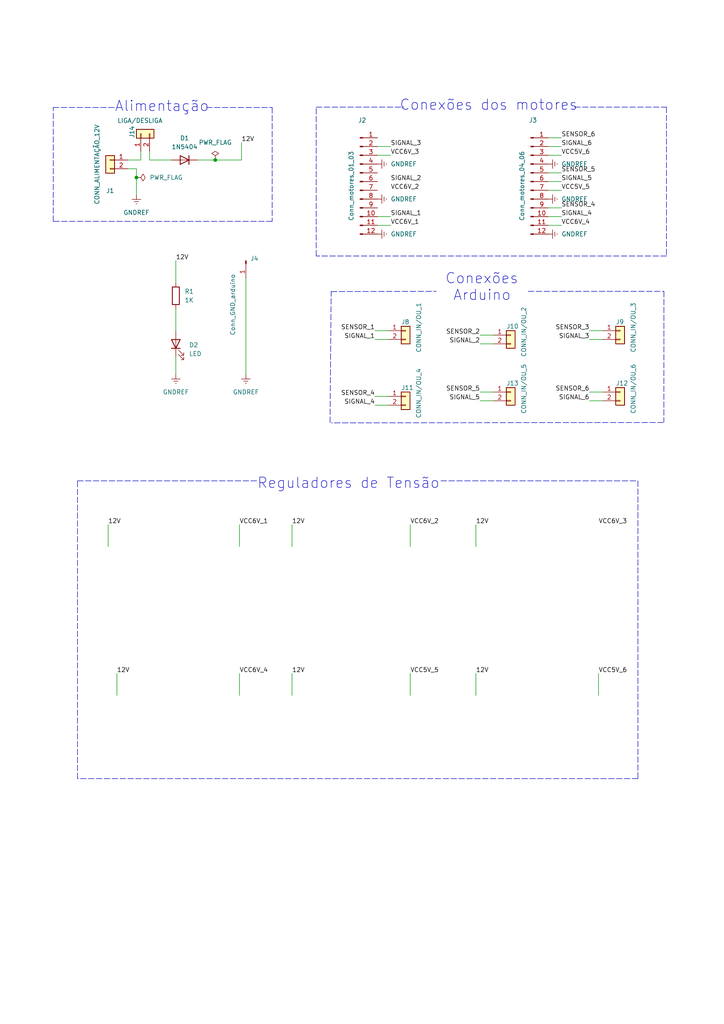
<source format=kicad_sch>
(kicad_sch (version 20231120) (generator "eeschema") (generator_version "8.0")
  (paper "A4" portrait)
  (title_block (title "PCB - Circuito de Acionamento dos motores do braço robótico") (date "2023-11-08") (company "José Matheus Soares ferreira"))
  (lib_symbols
    (symbol "Connector:Conn_01x01_Male" (pin_names (offset 1.016) hide)
      (property "Reference" "J" (at 0 2.54 0))
      (property "Value" "Conn_01x01_Male" (at 0 -2.54 0))
      (symbol "Conn_01x01_Male_1_1"
        (polyline (pts (xy 1.27 0) (xy 0.8636 0)) (stroke (width 0.1524)))
        (rectangle (start 0.8636 0.127) (end 0 -0.127) (stroke (width 0.1524)) (fill (type outline)))
        (pin passive line (at 5.08 0 180) (length 3.81) (name "Pin_1") (number "1"))
      )
    )
    (symbol "Connector:Conn_01x12_Male" (pin_names (offset 1.016) hide)
      (property "Reference" "J" (at 0 15.24 0))
      (property "Value" "Conn_01x12_Male" (at 0 -17.78 0))
      (symbol "Conn_01x12_Male_1_1"
        (polyline (pts (xy 1.27 -15.24) (xy 0.8636 -15.24)) (stroke (width 0.1524)))
        (polyline (pts (xy 1.27 -12.7) (xy 0.8636 -12.7)) (stroke (width 0.1524)))
        (polyline (pts (xy 1.27 -10.16) (xy 0.8636 -10.16)) (stroke (width 0.1524)))
        (polyline (pts (xy 1.27 -7.62) (xy 0.8636 -7.62)) (stroke (width 0.1524)))
        (polyline (pts (xy 1.27 -5.08) (xy 0.8636 -5.08)) (stroke (width 0.1524)))
        (polyline (pts (xy 1.27 -2.54) (xy 0.8636 -2.54)) (stroke (width 0.1524)))
        (polyline (pts (xy 1.27 0) (xy 0.8636 0)) (stroke (width 0.1524)))
        (polyline (pts (xy 1.27 2.54) (xy 0.8636 2.54)) (stroke (width 0.1524)))
        (polyline (pts (xy 1.27 5.08) (xy 0.8636 5.08)) (stroke (width 0.1524)))
        (polyline (pts (xy 1.27 7.62) (xy 0.8636 7.62)) (stroke (width 0.1524)))
        (polyline (pts (xy 1.27 10.16) (xy 0.8636 10.16)) (stroke (width 0.1524)))
        (polyline (pts (xy 1.27 12.7) (xy 0.8636 12.7)) (stroke (width 0.1524)))
        (rectangle (start 0.8636 -15.113) (end 0 -15.367) (stroke (width 0.1524)) (fill (type outline)))
        (rectangle (start 0.8636 -12.573) (end 0 -12.827) (stroke (width 0.1524)) (fill (type outline)))
        (rectangle (start 0.8636 -10.033) (end 0 -10.287) (stroke (width 0.1524)) (fill (type outline)))
        (rectangle (start 0.8636 -7.493) (end 0 -7.747) (stroke (width 0.1524)) (fill (type outline)))
        (rectangle (start 0.8636 -4.953) (end 0 -5.207) (stroke (width 0.1524)) (fill (type outline)))
        (rectangle (start 0.8636 -2.413) (end 0 -2.667) (stroke (width 0.1524)) (fill (type outline)))
        (rectangle (start 0.8636 0.127) (end 0 -0.127) (stroke (width 0.1524)) (fill (type outline)))
        (rectangle (start 0.8636 2.667) (end 0 2.413) (stroke (width 0.1524)) (fill (type outline)))
        (rectangle (start 0.8636 5.207) (end 0 4.953) (stroke (width 0.1524)) (fill (type outline)))
        (rectangle (start 0.8636 7.747) (end 0 7.493) (stroke (width 0.1524)) (fill (type outline)))
        (rectangle (start 0.8636 10.287) (end 0 10.033) (stroke (width 0.1524)) (fill (type outline)))
        (rectangle (start 0.8636 12.827) (end 0 12.573) (stroke (width 0.1524)) (fill (type outline)))
        (pin passive line (at 5.08 12.7 180) (length 3.81) (name "Pin_1") (number "1"))
        (pin passive line (at 5.08 -10.16 180) (length 3.81) (name "Pin_10") (number "10"))
        (pin passive line (at 5.08 -12.7 180) (length 3.81) (name "Pin_11") (number "11"))
        (pin passive line (at 5.08 -15.24 180) (length 3.81) (name "Pin_12") (number "12"))
        (pin passive line (at 5.08 10.16 180) (length 3.81) (name "Pin_2") (number "2"))
        (pin passive line (at 5.08 7.62 180) (length 3.81) (name "Pin_3") (number "3"))
        (pin passive line (at 5.08 5.08 180) (length 3.81) (name "Pin_4") (number "4"))
        (pin passive line (at 5.08 2.54 180) (length 3.81) (name "Pin_5") (number "5"))
        (pin passive line (at 5.08 0 180) (length 3.81) (name "Pin_6") (number "6"))
        (pin passive line (at 5.08 -2.54 180) (length 3.81) (name "Pin_7") (number "7"))
        (pin passive line (at 5.08 -5.08 180) (length 3.81) (name "Pin_8") (number "8"))
        (pin passive line (at 5.08 -7.62 180) (length 3.81) (name "Pin_9") (number "9"))
      )
    )
    (symbol "Connector_Generic:Conn_01x02" (pin_names (offset 1.016) hide)
      (property "Reference" "J" (at 0 2.54 0))
      (property "Value" "Conn_01x02" (at 0 -5.08 0))
      (symbol "Conn_01x02_1_1"
        (rectangle (start -1.27 -2.413) (end 0 -2.667) (stroke (width 0.1524)))
        (rectangle (start -1.27 0.127) (end 0 -0.127) (stroke (width 0.1524)))
        (rectangle (start -1.27 1.27) (end 1.27 -3.81) (stroke (width 0.254)) (fill (type background)))
        (pin passive line (at -5.08 0 0) (length 3.81) (name "Pin_1") (number "1"))
        (pin passive line (at -5.08 -2.54 0) (length 3.81) (name "Pin_2") (number "2"))
      )
    )
    (symbol "Device:LED" (pin_numbers hide) (pin_names (offset 1.016) hide)
      (property "Reference" "D" (at 0 2.54 0))
      (property "Value" "LED" (at 0 -2.54 0))
      (symbol "LED_0_1"
        (polyline (pts (xy -1.27 -1.27) (xy -1.27 1.27)) (stroke (width 0.254)))
        (polyline (pts (xy -1.27 0) (xy 1.27 0)))
        (polyline (pts (xy 1.27 -1.27) (xy 1.27 1.27) (xy -1.27 0) (xy 1.27 -1.27)) (stroke (width 0.254)))
        (polyline (pts (xy -3.048 -0.762) (xy -4.572 -2.286) (xy -3.81 -2.286) (xy -4.572 -2.286) (xy -4.572 -1.524)))
        (polyline (pts (xy -1.778 -0.762) (xy -3.302 -2.286) (xy -2.54 -2.286) (xy -3.302 -2.286) (xy -3.302 -1.524)))
      )
      (symbol "LED_1_1"
        (pin passive line (at -3.81 0 0) (length 2.54) (name "K") (number "1"))
        (pin passive line (at 3.81 0 180) (length 2.54) (name "A") (number "2"))
      )
    )
    (symbol "Device:R" (pin_numbers hide) (pin_names (offset 0))
      (property "Reference" "R" (at 2.032 0 90))
      (property "Value" "R" (at 0 0 90))
      (symbol "R_0_1"
        (rectangle (start -1.016 -2.54) (end 1.016 2.54) (stroke (width 0.254)))
      )
      (symbol "R_1_1"
        (pin passive line (at 0 3.81 270) (length 1.27) (name "~") (number "1"))
        (pin passive line (at 0 -3.81 90) (length 1.27) (name "~") (number "2"))
      )
    )
    (symbol "Diode:1N5404" (pin_numbers hide) (pin_names (offset 1.016) hide)
      (property "Reference" "D" (at 0 2.54 0))
      (property "Value" "1N5404" (at 0 -2.54 0))
      (symbol "1N5404_0_1"
        (polyline (pts (xy -1.27 1.27) (xy -1.27 -1.27)) (stroke (width 0.254)))
        (polyline (pts (xy 1.27 0) (xy -1.27 0)))
        (polyline (pts (xy 1.27 1.27) (xy 1.27 -1.27) (xy -1.27 0) (xy 1.27 1.27)) (stroke (width 0.254)))
      )
      (symbol "1N5404_1_1"
        (pin passive line (at -3.81 0 0) (length 2.54) (name "K") (number "1"))
        (pin passive line (at 3.81 0 180) (length 2.54) (name "A") (number "2"))
      )
    )
    (symbol "power:GNDREF" (power) (pin_names (offset 0))
      (property "Value" "GNDREF" (at 0 -3.81 0))
      (symbol "GNDREF_0_1"
        (polyline (pts (xy -0.635 -1.905) (xy 0.635 -1.905)))
        (polyline (pts (xy -0.127 -2.54) (xy 0.127 -2.54)))
        (polyline (pts (xy 0 -1.27) (xy 0 0)))
        (polyline (pts (xy 1.27 -1.27) (xy -1.27 -1.27)))
      )
      (symbol "GNDREF_1_1"
        (pin power_in line (at 0 0 270) (length 0) hide (name "GNDREF") (number "1"))
      )
    )
    (symbol "power:PWR_FLAG" (power) (pin_numbers hide) (pin_names (offset 0) hide)
      (property "Value" "PWR_FLAG" (at 0 3.81 0))
      (symbol "PWR_FLAG_0_0"
        (pin power_out line (at 0 0 90) (length 0) (name "pwr") (number "1"))
      )
      (symbol "PWR_FLAG_0_1"
        (polyline (pts (xy 0 0) (xy 0 1.27) (xy -1.016 1.905) (xy 0 2.54) (xy 1.016 1.905) (xy 0 1.27)))
      )
    )
  )
  (junction (at 62.4332 46.4058))
  (junction (at 39.5732 51.4858))
  (polyline (pts (xy 78.9432 31.1658) (xy 78.9432 64.1858)) (stroke (width 0) (type dash)))
  (wire (pts (xy 159.0294 55.1942) (xy 162.8394 55.1942)))
  (wire (pts (xy 143.0528 113.6904) (xy 139.2428 113.6904)))
  (wire (pts (xy 112.5728 95.9104) (xy 108.7628 95.9104)))
  (polyline (pts (xy 153.2128 84.4804) (xy 192.532 84.4804)) (stroke (width 0) (type dash)))
  (polyline (pts (xy 193.3194 31.0642) (xy 193.3194 74.2442)) (stroke (width 0) (type dash)))
  (wire (pts (xy 70.0532 46.4058) (xy 70.0532 41.3258)))
  (polyline (pts (xy 91.7194 74.2442) (xy 91.7194 31.0642)) (stroke (width 0) (type dash)))
  (wire (pts (xy 173.609 195.326) (xy 173.609 201.676)))
  (wire (pts (xy 51.0032 89.5858) (xy 51.0032 95.9358)))
  (wire (pts (xy 174.8028 116.2304) (xy 170.9928 116.2304)))
  (wire (pts (xy 43.3832 46.4058) (xy 49.7332 46.4058)))
  (wire (pts (xy 174.8028 95.9104) (xy 170.9928 95.9104)))
  (wire (pts (xy 159.0294 65.3542) (xy 162.8394 65.3542)))
  (polyline (pts (xy 192.5828 84.4804) (xy 192.5574 122.3772)) (stroke (width 0) (type dash)))
  (polyline (pts (xy 78.9432 64.1858) (xy 15.4432 64.1858)) (stroke (width 0) (type dash)))
  (wire (pts (xy 138.049 152.146) (xy 138.049 158.496)))
  (wire (pts (xy 143.0528 97.1804) (xy 139.2428 97.1804)))
  (polyline (pts (xy 192.405 122.5296) (xy 96.1644 122.6312)) (stroke (width 0) (type dash)))
  (wire (pts (xy 112.5728 114.9604) (xy 108.7628 114.9604)))
  (wire (pts (xy 109.4994 45.0342) (xy 113.3094 45.0342)))
  (polyline (pts (xy 15.4432 31.1658) (xy 33.2232 31.1658)) (stroke (width 0) (type dash)))
  (polyline (pts (xy 91.7194 31.0642) (xy 117.1194 31.0642)) (stroke (width 0) (type dash)))
  (wire (pts (xy 62.4332 46.4058) (xy 70.0532 46.4058)))
  (wire (pts (xy 33.909 195.326) (xy 33.909 201.676)))
  (wire (pts (xy 84.709 152.146) (xy 84.709 158.496)))
  (wire (pts (xy 159.0294 45.0342) (xy 162.8394 45.0342)))
  (wire (pts (xy 84.709 195.326) (xy 84.709 201.676)))
  (polyline (pts (xy 185.039 225.806) (xy 22.479 225.806)) (stroke (width 0) (type dash)))
  (wire (pts (xy 112.5728 117.5004) (xy 108.7628 117.5004)))
  (polyline (pts (xy 95.7326 122.5296) (xy 96.0628 84.4804)) (stroke (width 0) (type dash)))
  (wire (pts (xy 118.999 195.326) (xy 118.999 201.676)))
  (wire (pts (xy 51.0032 75.6158) (xy 51.0032 81.9658)))
  (wire (pts (xy 118.999 152.146) (xy 118.999 158.496)))
  (wire (pts (xy 174.8028 113.6904) (xy 170.9928 113.6904)))
  (polyline (pts (xy 59.8932 31.1658) (xy 78.9432 31.1658)) (stroke (width 0) (type dash)))
  (wire (pts (xy 109.4994 62.8142) (xy 113.3094 62.8142)))
  (wire (pts (xy 40.8432 46.4058) (xy 40.8432 43.8658)))
  (wire (pts (xy 39.5732 51.4858) (xy 39.5732 48.9458)))
  (wire (pts (xy 31.369 152.146) (xy 31.369 158.496)))
  (wire (pts (xy 159.0294 42.4942) (xy 162.8394 42.4942)))
  (wire (pts (xy 109.4994 65.3542) (xy 113.3094 65.3542)))
  (wire (pts (xy 69.469 195.326) (xy 69.469 201.676)))
  (polyline (pts (xy 15.4432 64.1858) (xy 15.4432 31.1658)) (stroke (width 0) (type dash)))
  (wire (pts (xy 37.0332 48.9458) (xy 39.5732 48.9458)))
  (wire (pts (xy 71.3232 80.6958) (xy 71.3232 108.6358)))
  (wire (pts (xy 37.0332 46.4058) (xy 40.8432 46.4058)))
  (wire (pts (xy 143.0528 99.7204) (xy 139.2428 99.7204)))
  (wire (pts (xy 39.5732 51.4858) (xy 39.5732 56.5658)))
  (polyline (pts (xy 193.3194 74.2442) (xy 91.7194 74.2442)) (stroke (width 0) (type dash)))
  (wire (pts (xy 159.0294 60.2742) (xy 162.8394 60.2742)))
  (wire (pts (xy 159.0294 50.1142) (xy 162.8394 50.1142)))
  (polyline (pts (xy 22.479 225.806) (xy 22.479 139.446)) (stroke (width 0) (type dash)))
  (polyline (pts (xy 185.039 139.446) (xy 185.039 225.806)) (stroke (width 0) (type dash)))
  (wire (pts (xy 138.049 195.326) (xy 138.049 201.676)))
  (wire (pts (xy 43.3832 43.8658) (xy 43.3832 46.4058)))
  (polyline (pts (xy 22.479 139.446) (xy 74.549 139.446)) (stroke (width 0) (type dash)))
  (wire (pts (xy 159.0294 52.6542) (xy 162.8394 52.6542)))
  (wire (pts (xy 159.0294 62.8142) (xy 162.8394 62.8142)))
  (wire (pts (xy 143.0528 116.2304) (xy 139.2428 116.2304)))
  (wire (pts (xy 159.0294 39.9542) (xy 162.8394 39.9542)))
  (polyline (pts (xy 96.0628 84.5566) (xy 126.5428 84.4804)) (stroke (width 0) (type dash)))
  (wire (pts (xy 51.0032 103.5558) (xy 51.0032 108.6358)))
  (wire (pts (xy 112.5728 98.4504) (xy 108.7628 98.4504)))
  (polyline (pts (xy 127.889 139.446) (xy 185.039 139.446)) (stroke (width 0) (type dash)))
  (wire (pts (xy 69.469 152.146) (xy 69.469 158.496)))
  (wire (pts (xy 174.8028 98.4504) (xy 170.9928 98.4504)))
  (polyline (pts (xy 166.6494 31.0642) (xy 193.3194 31.0642)) (stroke (width 0) (type dash)))
  (wire (pts (xy 57.3532 46.4058) (xy 62.4332 46.4058)))
  (wire (pts (xy 109.4994 42.4942) (xy 113.3094 42.4942)))
  (text "Conexões dos motores" (at 115.8494 32.3342 0) (effects (font (size 3 3)) (justify left bottom)))
  (text "Reguladores de Tensão\n" (at 74.549 141.986 0) (effects (font (size 3 3)) (justify left bottom)))
  (text "Alimentação\n\n" (at 33.2232 37.5158 0) (effects (font (size 3 3)) (justify left bottom)))
  (text "Conexões \n Arduino\n" (at 129.0828 87.4776 0) (effects (font (size 3 3)) (justify left bottom)))
  (label "SIGNAL_6" (at 162.8394 42.4942 0))
  (label "SIGNAL_2" (at 113.3094 52.6542 0))
  (label "12V" (at 33.909 195.326 0))
  (label "SIGNAL_3" (at 170.9928 98.4504 180))
  (label "SIGNAL_1" (at 113.3094 62.8142 0))
  (label "SIGNAL_2" (at 139.2428 99.7204 180))
  (label "SENSOR_6" (at 170.9928 113.6904 180))
  (label "VCC6V_3" (at 173.609 152.146 0))
  (label "VCC6V_1" (at 69.469 152.146 0))
  (label "VCC5V_6" (at 173.609 195.326 0))
  (label "SENSOR_6" (at 162.8394 39.9542 0))
  (label "12V" (at 84.709 152.146 0))
  (label "SENSOR_3" (at 170.9928 95.9104 180))
  (label "SIGNAL_5" (at 162.8394 52.6542 0))
  (label "SIGNAL_4" (at 162.8394 62.8142 0))
  (label "SENSOR_5" (at 139.2428 113.6904 180))
  (label "VCC6V_2" (at 118.999 152.146 0))
  (label "VCC6V_2" (at 113.3094 55.1942 0))
  (label "SENSOR_4" (at 162.8394 60.2742 0))
  (label "SIGNAL_5" (at 139.2428 116.2304 180))
  (label "VCC5V_6" (at 162.8394 45.0342 0))
  (label "12V" (at 138.049 152.146 0))
  (label "SIGNAL_6" (at 170.9928 116.2304 180))
  (label "12V" (at 51.0032 75.6158 0))
  (label "SIGNAL_4" (at 108.7628 117.5004 180))
  (label "SENSOR_1" (at 108.7628 95.9104 180))
  (label "VCC5V_5" (at 118.999 195.326 0))
  (label "VCC6V_4" (at 162.8394 65.3542 0))
  (label "12V" (at 31.369 152.146 0))
  (label "VCC6V_3" (at 113.3094 45.0342 0))
  (label "12V" (at 70.0532 41.3258 0))
  (label "VCC6V_1" (at 113.3094 65.3542 0))
  (label "VCC6V_4" (at 69.469 195.326 0))
  (label "SENSOR_2" (at 139.2428 97.1804 180))
  (label "SENSOR_4" (at 108.7628 114.9604 180))
  (label "VCC5V_5" (at 162.8394 55.1942 0))
  (label "12V" (at 84.709 195.326 0))
  (label "SIGNAL_3" (at 113.3094 42.4942 0))
  (label "SIGNAL_1" (at 108.7628 98.4504 180))
  (label "SENSOR_5" (at 162.8394 50.1142 0))
  (label "12V" (at 138.049 195.326 0))
  (symbol (lib_id "Device:LED") (at 51.0032 99.7458 90) (unit 1)
    (property "Reference" "D2" (at 54.8132 100.0632 90) (effects (justify right)))
    (property "Value" "LED" (at 54.8132 102.6032 90) (effects (justify right)))
    (property "Footprint" "LED_THT:LED_D5.0mm" (effects (hide yes)))
  )
  (symbol (lib_id "Connector_Generic:Conn_01x02") (at 148.1328 97.1804 0) (unit 1)
    (property "Reference" "J10" (at 146.8628 94.6404 0) (effects (justify left)))
    (property "Value" "CONN_IN/OU_2" (at 151.9428 103.5304 90) (effects (justify left)))
    (property "Footprint" "Connector_PinSocket_2.54mm:PinSocket_1x02_P2.54mm_Vertical" (effects (hide yes)))
  )
  (symbol (lib_id "Connector_Generic:Conn_01x02") (at 179.8828 95.9104 0) (unit 1)
    (property "Reference" "J9" (at 178.6128 93.3704 0) (effects (justify left)))
    (property "Value" "CONN_IN/OU_3" (at 183.6928 102.2604 90) (effects (justify left)))
    (property "Footprint" "Connector_PinSocket_2.54mm:PinSocket_1x02_P2.54mm_Vertical" (effects (hide yes)))
  )
  (symbol (lib_id "power:GNDREF") (at 159.0294 47.5742 90) (mirror x) (unit 1)
    (property "Reference" "#PWR013" (effects (hide yes)))
    (property "Value" "GNDREF" (at 162.8394 47.5743 90) (effects (justify right)))
  )
  (symbol (lib_id "power:GNDREF") (at 109.4994 47.5742 90) (mirror x) (unit 1)
    (property "Reference" "#PWR04" (effects (hide yes)))
    (property "Value" "GNDREF" (at 113.3094 47.5743 90) (effects (justify right)))
  )
  (symbol (lib_id "power:GNDREF") (at 159.0294 67.8942 90) (mirror x) (unit 1)
    (property "Reference" "#PWR011" (effects (hide yes)))
    (property "Value" "GNDREF" (at 162.8394 67.8943 90) (effects (justify right)))
  )
  (symbol (lib_id "Connector_Generic:Conn_01x02") (at 117.6528 95.9104 0) (unit 1)
    (property "Reference" "J8" (at 116.3828 93.3704 0) (effects (justify left)))
    (property "Value" "CONN_IN/OU_1" (at 121.4628 102.2604 90) (effects (justify left)))
    (property "Footprint" "Connector_PinSocket_2.54mm:PinSocket_1x02_P2.54mm_Vertical" (effects (hide yes)))
  )
  (symbol (lib_id "Connector_Generic:Conn_01x02") (at 148.1328 113.6904 0) (unit 1)
    (property "Reference" "J13" (at 146.8628 111.1504 0) (effects (justify left)))
    (property "Value" "CONN_IN/OU_5" (at 151.9428 120.0404 90) (effects (justify left)))
    (property "Footprint" "Connector_PinSocket_2.54mm:PinSocket_1x02_P2.54mm_Vertical" (effects (hide yes)))
  )
  (symbol (lib_id "Device:R") (at 51.0032 85.7758 0) (unit 1)
    (property "Reference" "R1" (at 53.5432 84.5057 0) (effects (justify left)))
    (property "Value" "1K" (at 53.5432 87.0457 0) (effects (justify left)))
    (property "Footprint" "Resistor_THT:R_Axial_DIN0207_L6.3mm_D2.5mm_P10.16mm_Horizontal" (effects (hide yes)))
  )
  (symbol (lib_id "Connector:Conn_01x12_Male") (at 153.9494 52.6542 0) (unit 1)
    (property "Reference" "J3" (at 154.5844 34.8742 0))
    (property "Value" "Conn_motores_04_06" (at 151.4094 53.9242 90))
    (property "Footprint" "TerminalBlock_Phoenix:TerminalBlock_Phoenix_MKDS-1,5-12_1x12_P5.00mm_Horizontal" (effects (hide yes)))
  )
  (symbol (lib_id "power:GNDREF") (at 71.3232 108.6358 0) (unit 1)
    (property "Reference" "#PWR028" (effects (hide yes)))
    (property "Value" "GNDREF" (at 71.3232 113.7158 0))
  )
  (symbol (lib_id "power:GNDREF") (at 109.4994 67.8942 90) (mirror x) (unit 1)
    (property "Reference" "#PWR06" (effects (hide yes)))
    (property "Value" "GNDREF" (at 113.3094 67.8943 90) (effects (justify right)))
  )
  (symbol (lib_id "Connector:Conn_01x12_Male") (at 104.4194 52.6542 0) (unit 1)
    (property "Reference" "J2" (at 105.0544 34.8742 0))
    (property "Value" "Conn_motores_01_03" (at 101.8794 53.9242 90))
    (property "Footprint" "TerminalBlock_Phoenix:TerminalBlock_Phoenix_MKDS-1,5-12_1x12_P5.00mm_Horizontal" (effects (hide yes)))
  )
  (symbol (lib_id "power:PWR_FLAG") (at 39.5732 51.4858 270) (unit 1)
    (property "Reference" "#FLG0102" (effects (hide yes)))
    (property "Value" "PWR_FLAG" (at 43.3832 51.4857 90) (effects (justify left)))
  )
  (symbol (lib_id "power:PWR_FLAG") (at 62.4332 46.4058 0) (unit 1)
    (property "Reference" "#FLG0101" (effects (hide yes)))
    (property "Value" "PWR_FLAG" (at 62.4332 41.3258 0))
  )
  (symbol (lib_id "Diode:1N5404") (at 53.5432 46.4058 180) (unit 1)
    (property "Reference" "D1" (at 53.5432 40.0558 0))
    (property "Value" "1N5404" (at 53.5432 42.5958 0))
    (property "Footprint" "Laboratorio_controle:D_DO_6A6_DC__P15.24mm_Horizontal_D1.0mm" (effects (hide yes)))
    (property "Datasheet" "http://www.vishay.com/docs/88516/1n5400.pdf" (effects (hide yes)))
  )
  (symbol (lib_id "Connector_Generic:Conn_01x02") (at 40.8432 38.7858 90) (unit 1)
    (property "Reference" "J14" (at 38.3032 40.0558 0) (effects (justify left)))
    (property "Value" "LIGA/DESLIGA" (at 47.1932 34.9758 90) (effects (justify left)))
    (property "Footprint" "Connector_PinSocket_2.54mm:PinSocket_1x02_P2.54mm_Vertical" (effects (hide yes)))
  )
  (symbol (lib_id "power:GNDREF") (at 109.4994 57.7342 90) (mirror x) (unit 1)
    (property "Reference" "#PWR05" (effects (hide yes)))
    (property "Value" "GNDREF" (at 113.3094 57.7343 90) (effects (justify right)))
  )
  (symbol (lib_id "power:GNDREF") (at 159.0294 57.7342 90) (mirror x) (unit 1)
    (property "Reference" "#PWR012" (effects (hide yes)))
    (property "Value" "GNDREF" (at 162.8394 57.7343 90) (effects (justify right)))
  )
  (symbol (lib_id "Connector:Conn_01x01_Male") (at 71.3232 75.6158 270) (unit 1)
    (property "Reference" "J4" (at 72.5932 74.9807 90) (effects (justify left)))
    (property "Value" "Conn_GND_arduino" (at 67.5132 79.4258 0) (effects (justify left)))
    (property "Footprint" "Connector_PinSocket_2.54mm:PinSocket_1x01_P2.54mm_Vertical" (effects (hide yes)))
  )
  (symbol (lib_id "Connector_Generic:Conn_01x02") (at 117.6528 114.9604 0) (unit 1)
    (property "Reference" "J11" (at 116.3828 112.4204 0) (effects (justify left)))
    (property "Value" "CONN_IN/OU_4" (at 121.4628 121.3104 90) (effects (justify left)))
    (property "Footprint" "Connector_PinSocket_2.54mm:PinSocket_1x02_P2.54mm_Vertical" (effects (hide yes)))
  )
  (symbol (lib_id "power:GNDREF") (at 39.5732 56.5658 0) (unit 1)
    (property "Reference" "#PWR01" (effects (hide yes)))
    (property "Value" "GNDREF" (at 39.5732 61.6458 0))
  )
  (symbol (lib_id "power:GNDREF") (at 51.0032 108.6358 0) (unit 1)
    (property "Reference" "#PWR027" (effects (hide yes)))
    (property "Value" "GNDREF" (at 51.0032 113.7158 0))
  )
  (symbol (lib_id "Connector_Generic:Conn_01x02") (at 31.9532 46.4058 0) (mirror y) (unit 1)
    (property "Reference" "J1" (at 31.9532 55.2958 0))
    (property "Value" "CONN_ALIMENTAÇÃO_12V" (at 28.1432 47.6758 90))
    (property "Footprint" "Connector_BarrelJack:BarrelJack_GCT_DCJ200-10-A_Horizontal" (effects (hide yes)))
  )
  (symbol (lib_id "Connector_Generic:Conn_01x02") (at 179.8828 113.6904 0) (unit 1)
    (property "Reference" "J12" (at 178.6128 111.1504 0) (effects (justify left)))
    (property "Value" "CONN_IN/OU_6" (at 183.6928 120.0404 90) (effects (justify left)))
    (property "Footprint" "Connector_PinSocket_2.54mm:PinSocket_1x02_P2.54mm_Vertical" (effects (hide yes)))
  )
)
</source>
